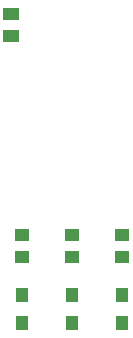
<source format=gtp>
G04*
G04 #@! TF.GenerationSoftware,Altium Limited,Altium Designer,20.0.12 (288)*
G04*
G04 Layer_Color=8421504*
%FSLAX25Y25*%
%MOIN*%
G70*
G01*
G75*
%ADD12R,0.05118X0.04134*%
%ADD13R,0.04331X0.04921*%
%ADD14R,0.05512X0.04134*%
D12*
X37402Y44980D02*
D03*
Y37697D02*
D03*
X54134Y44980D02*
D03*
Y37697D02*
D03*
X70866Y44980D02*
D03*
Y37697D02*
D03*
D13*
X37402Y25000D02*
D03*
Y15748D02*
D03*
X54134Y25000D02*
D03*
Y15748D02*
D03*
X70866Y25000D02*
D03*
Y15748D02*
D03*
D14*
X34000Y111358D02*
D03*
Y118642D02*
D03*
M02*

</source>
